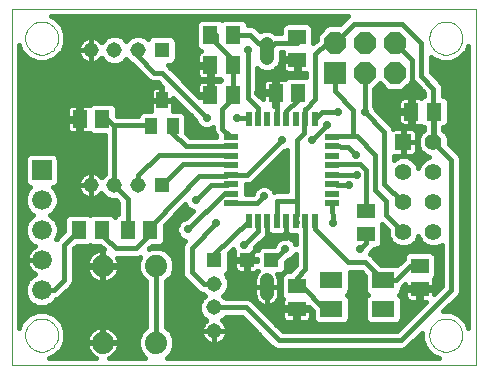
<source format=gtl>
G75*
G70*
%OFA0B0*%
%FSLAX24Y24*%
%IPPOS*%
%LPD*%
%AMOC8*
5,1,8,0,0,1.08239X$1,22.5*
%
%ADD10C,0.0000*%
%ADD11R,0.0220X0.0500*%
%ADD12R,0.0500X0.0220*%
%ADD13R,0.0748X0.0551*%
%ADD14R,0.0591X0.0512*%
%ADD15C,0.0456*%
%ADD16R,0.0512X0.0591*%
%ADD17R,0.0394X0.0551*%
%ADD18R,0.0472X0.0472*%
%ADD19C,0.0740*%
%ADD20R,0.0660X0.0660*%
%ADD21C,0.0660*%
%ADD22R,0.0740X0.0740*%
%ADD23OC8,0.0740*%
%ADD24R,0.0554X0.0554*%
%ADD25C,0.0554*%
%ADD26R,0.0515X0.0515*%
%ADD27C,0.0515*%
%ADD28C,0.0160*%
%ADD29C,0.0100*%
%ADD30C,0.0277*%
D10*
X000680Y000680D02*
X000680Y012550D01*
X016147Y012550D01*
X016147Y000680D01*
X000680Y000680D01*
X001129Y001680D02*
X001131Y001727D01*
X001137Y001773D01*
X001147Y001819D01*
X001160Y001864D01*
X001178Y001907D01*
X001199Y001949D01*
X001223Y001989D01*
X001251Y002026D01*
X001282Y002061D01*
X001316Y002094D01*
X001352Y002123D01*
X001391Y002149D01*
X001432Y002172D01*
X001475Y002191D01*
X001519Y002207D01*
X001564Y002219D01*
X001610Y002227D01*
X001657Y002231D01*
X001703Y002231D01*
X001750Y002227D01*
X001796Y002219D01*
X001841Y002207D01*
X001885Y002191D01*
X001928Y002172D01*
X001969Y002149D01*
X002008Y002123D01*
X002044Y002094D01*
X002078Y002061D01*
X002109Y002026D01*
X002137Y001989D01*
X002161Y001949D01*
X002182Y001907D01*
X002200Y001864D01*
X002213Y001819D01*
X002223Y001773D01*
X002229Y001727D01*
X002231Y001680D01*
X002229Y001633D01*
X002223Y001587D01*
X002213Y001541D01*
X002200Y001496D01*
X002182Y001453D01*
X002161Y001411D01*
X002137Y001371D01*
X002109Y001334D01*
X002078Y001299D01*
X002044Y001266D01*
X002008Y001237D01*
X001969Y001211D01*
X001928Y001188D01*
X001885Y001169D01*
X001841Y001153D01*
X001796Y001141D01*
X001750Y001133D01*
X001703Y001129D01*
X001657Y001129D01*
X001610Y001133D01*
X001564Y001141D01*
X001519Y001153D01*
X001475Y001169D01*
X001432Y001188D01*
X001391Y001211D01*
X001352Y001237D01*
X001316Y001266D01*
X001282Y001299D01*
X001251Y001334D01*
X001223Y001371D01*
X001199Y001411D01*
X001178Y001453D01*
X001160Y001496D01*
X001147Y001541D01*
X001137Y001587D01*
X001131Y001633D01*
X001129Y001680D01*
X001129Y011580D02*
X001131Y011627D01*
X001137Y011673D01*
X001147Y011719D01*
X001160Y011764D01*
X001178Y011807D01*
X001199Y011849D01*
X001223Y011889D01*
X001251Y011926D01*
X001282Y011961D01*
X001316Y011994D01*
X001352Y012023D01*
X001391Y012049D01*
X001432Y012072D01*
X001475Y012091D01*
X001519Y012107D01*
X001564Y012119D01*
X001610Y012127D01*
X001657Y012131D01*
X001703Y012131D01*
X001750Y012127D01*
X001796Y012119D01*
X001841Y012107D01*
X001885Y012091D01*
X001928Y012072D01*
X001969Y012049D01*
X002008Y012023D01*
X002044Y011994D01*
X002078Y011961D01*
X002109Y011926D01*
X002137Y011889D01*
X002161Y011849D01*
X002182Y011807D01*
X002200Y011764D01*
X002213Y011719D01*
X002223Y011673D01*
X002229Y011627D01*
X002231Y011580D01*
X002229Y011533D01*
X002223Y011487D01*
X002213Y011441D01*
X002200Y011396D01*
X002182Y011353D01*
X002161Y011311D01*
X002137Y011271D01*
X002109Y011234D01*
X002078Y011199D01*
X002044Y011166D01*
X002008Y011137D01*
X001969Y011111D01*
X001928Y011088D01*
X001885Y011069D01*
X001841Y011053D01*
X001796Y011041D01*
X001750Y011033D01*
X001703Y011029D01*
X001657Y011029D01*
X001610Y011033D01*
X001564Y011041D01*
X001519Y011053D01*
X001475Y011069D01*
X001432Y011088D01*
X001391Y011111D01*
X001352Y011137D01*
X001316Y011166D01*
X001282Y011199D01*
X001251Y011234D01*
X001223Y011271D01*
X001199Y011311D01*
X001178Y011353D01*
X001160Y011396D01*
X001147Y011441D01*
X001137Y011487D01*
X001131Y011533D01*
X001129Y011580D01*
X014604Y011580D02*
X014606Y011627D01*
X014612Y011673D01*
X014622Y011719D01*
X014635Y011764D01*
X014653Y011807D01*
X014674Y011849D01*
X014698Y011889D01*
X014726Y011926D01*
X014757Y011961D01*
X014791Y011994D01*
X014827Y012023D01*
X014866Y012049D01*
X014907Y012072D01*
X014950Y012091D01*
X014994Y012107D01*
X015039Y012119D01*
X015085Y012127D01*
X015132Y012131D01*
X015178Y012131D01*
X015225Y012127D01*
X015271Y012119D01*
X015316Y012107D01*
X015360Y012091D01*
X015403Y012072D01*
X015444Y012049D01*
X015483Y012023D01*
X015519Y011994D01*
X015553Y011961D01*
X015584Y011926D01*
X015612Y011889D01*
X015636Y011849D01*
X015657Y011807D01*
X015675Y011764D01*
X015688Y011719D01*
X015698Y011673D01*
X015704Y011627D01*
X015706Y011580D01*
X015704Y011533D01*
X015698Y011487D01*
X015688Y011441D01*
X015675Y011396D01*
X015657Y011353D01*
X015636Y011311D01*
X015612Y011271D01*
X015584Y011234D01*
X015553Y011199D01*
X015519Y011166D01*
X015483Y011137D01*
X015444Y011111D01*
X015403Y011088D01*
X015360Y011069D01*
X015316Y011053D01*
X015271Y011041D01*
X015225Y011033D01*
X015178Y011029D01*
X015132Y011029D01*
X015085Y011033D01*
X015039Y011041D01*
X014994Y011053D01*
X014950Y011069D01*
X014907Y011088D01*
X014866Y011111D01*
X014827Y011137D01*
X014791Y011166D01*
X014757Y011199D01*
X014726Y011234D01*
X014698Y011271D01*
X014674Y011311D01*
X014653Y011353D01*
X014635Y011396D01*
X014622Y011441D01*
X014612Y011487D01*
X014606Y011533D01*
X014604Y011580D01*
X014604Y001680D02*
X014606Y001727D01*
X014612Y001773D01*
X014622Y001819D01*
X014635Y001864D01*
X014653Y001907D01*
X014674Y001949D01*
X014698Y001989D01*
X014726Y002026D01*
X014757Y002061D01*
X014791Y002094D01*
X014827Y002123D01*
X014866Y002149D01*
X014907Y002172D01*
X014950Y002191D01*
X014994Y002207D01*
X015039Y002219D01*
X015085Y002227D01*
X015132Y002231D01*
X015178Y002231D01*
X015225Y002227D01*
X015271Y002219D01*
X015316Y002207D01*
X015360Y002191D01*
X015403Y002172D01*
X015444Y002149D01*
X015483Y002123D01*
X015519Y002094D01*
X015553Y002061D01*
X015584Y002026D01*
X015612Y001989D01*
X015636Y001949D01*
X015657Y001907D01*
X015675Y001864D01*
X015688Y001819D01*
X015698Y001773D01*
X015704Y001727D01*
X015706Y001680D01*
X015704Y001633D01*
X015698Y001587D01*
X015688Y001541D01*
X015675Y001496D01*
X015657Y001453D01*
X015636Y001411D01*
X015612Y001371D01*
X015584Y001334D01*
X015553Y001299D01*
X015519Y001266D01*
X015483Y001237D01*
X015444Y001211D01*
X015403Y001188D01*
X015360Y001169D01*
X015316Y001153D01*
X015271Y001141D01*
X015225Y001133D01*
X015178Y001129D01*
X015132Y001129D01*
X015085Y001133D01*
X015039Y001141D01*
X014994Y001153D01*
X014950Y001169D01*
X014907Y001188D01*
X014866Y001211D01*
X014827Y001237D01*
X014791Y001266D01*
X014757Y001299D01*
X014726Y001334D01*
X014698Y001371D01*
X014674Y001411D01*
X014653Y001453D01*
X014635Y001496D01*
X014622Y001541D01*
X014612Y001587D01*
X014606Y001633D01*
X014604Y001680D01*
D11*
X010782Y005490D03*
X010467Y005490D03*
X010152Y005490D03*
X009837Y005490D03*
X009523Y005490D03*
X009208Y005490D03*
X008893Y005490D03*
X008578Y005490D03*
X008578Y008870D03*
X008893Y008870D03*
X009208Y008870D03*
X009523Y008870D03*
X009837Y008870D03*
X010152Y008870D03*
X010467Y008870D03*
X010782Y008870D03*
D12*
X011370Y008282D03*
X011370Y007967D03*
X011370Y007652D03*
X011370Y007337D03*
X011370Y007023D03*
X011370Y006708D03*
X011370Y006393D03*
X011370Y006078D03*
X007990Y006078D03*
X007990Y006393D03*
X007990Y006708D03*
X007990Y007023D03*
X007990Y007337D03*
X007990Y007652D03*
X007990Y007967D03*
X007990Y008282D03*
D13*
X011339Y003502D03*
X011339Y002558D03*
X013071Y002558D03*
X013071Y003502D03*
D14*
X014280Y003231D03*
X014280Y003979D03*
X012493Y005056D03*
X012493Y005804D03*
X010180Y003304D03*
X010180Y002556D03*
X010205Y010856D03*
X010205Y011604D03*
D15*
X009180Y011380D02*
X009180Y010924D01*
X009180Y003506D02*
X009180Y003050D01*
D16*
X005304Y005180D03*
X004556Y005180D03*
X003679Y005180D03*
X002931Y005180D03*
X002956Y008880D03*
X003704Y008880D03*
X007306Y009680D03*
X008054Y009680D03*
X008054Y010680D03*
X007306Y010680D03*
X007306Y011680D03*
X008054Y011680D03*
X009481Y009755D03*
X010229Y009755D03*
X014006Y009130D03*
X014754Y009130D03*
D17*
X006061Y008642D03*
X005313Y008642D03*
X005687Y009509D03*
D18*
X008517Y004180D03*
X009343Y004180D03*
D19*
X005495Y003985D03*
X003715Y003985D03*
X003715Y001425D03*
X005495Y001425D03*
D20*
X001680Y007180D03*
D21*
X001680Y006180D03*
X001680Y005180D03*
X001680Y004180D03*
X001680Y003180D03*
D22*
X011455Y010430D03*
D23*
X012455Y010430D03*
X013455Y010430D03*
X013455Y011430D03*
X012455Y011430D03*
X011455Y011430D03*
D24*
X013743Y008118D03*
D25*
X014743Y008118D03*
X014743Y007118D03*
X013743Y007118D03*
X013743Y006118D03*
X014743Y006118D03*
X014743Y005118D03*
X013743Y005118D03*
D26*
X007430Y004180D03*
X005680Y006680D03*
X005680Y011180D03*
D27*
X004893Y011180D03*
X004105Y011180D03*
X003318Y011180D03*
X003318Y006680D03*
X004105Y006680D03*
X004893Y006680D03*
X007430Y003393D03*
X007430Y002605D03*
X007430Y001818D03*
D28*
X007867Y001818D01*
X007867Y001852D01*
X007857Y001920D01*
X007835Y001986D01*
X007804Y002047D01*
X007764Y002103D01*
X007715Y002151D01*
X007686Y002173D01*
X007712Y002183D01*
X007814Y002285D01*
X008347Y002285D01*
X009309Y001324D01*
X009309Y001324D01*
X009399Y001234D01*
X009516Y001185D01*
X013719Y001185D01*
X013836Y001234D01*
X014364Y001761D01*
X014364Y001523D01*
X014484Y001232D01*
X014707Y001009D01*
X014922Y000920D01*
X005853Y000920D01*
X006012Y001079D01*
X006105Y001304D01*
X006105Y001546D01*
X006012Y001771D01*
X005841Y001942D01*
X005815Y001953D01*
X005815Y003457D01*
X005841Y003468D01*
X006012Y003639D01*
X006105Y003864D01*
X006105Y004106D01*
X006012Y004331D01*
X005841Y004502D01*
X005616Y004595D01*
X005374Y004595D01*
X005244Y004541D01*
X005347Y004645D01*
X005608Y004645D01*
X005696Y004681D01*
X005763Y004749D01*
X005800Y004837D01*
X005800Y005353D01*
X006472Y006054D01*
X006509Y005965D01*
X006615Y005859D01*
X006715Y005818D01*
X006481Y005584D01*
X006480Y005584D01*
X006340Y005526D01*
X006234Y005420D01*
X006176Y005280D01*
X006176Y005130D01*
X006234Y004990D01*
X006340Y004884D01*
X006475Y004828D01*
X006409Y004761D01*
X006360Y004644D01*
X006360Y003716D01*
X006409Y003599D01*
X006499Y003509D01*
X006813Y003195D01*
X006815Y003189D01*
X006858Y003150D01*
X006899Y003109D01*
X006904Y003106D01*
X006909Y003102D01*
X006963Y003082D01*
X007016Y003060D01*
X007022Y003060D01*
X007028Y003058D01*
X007060Y003059D01*
X007120Y002999D01*
X007008Y002887D01*
X006933Y002704D01*
X006933Y002506D01*
X007008Y002323D01*
X007148Y002183D01*
X007174Y002173D01*
X007145Y002151D01*
X007096Y002103D01*
X007056Y002047D01*
X007025Y001986D01*
X007003Y001920D01*
X006993Y001852D01*
X006993Y001818D01*
X007430Y001818D01*
X007430Y001818D01*
X007430Y001818D01*
X007867Y001818D01*
X007867Y001783D01*
X007857Y001715D01*
X007835Y001650D01*
X007804Y001589D01*
X007764Y001533D01*
X007715Y001484D01*
X007659Y001444D01*
X007598Y001412D01*
X007532Y001391D01*
X007464Y001380D01*
X007430Y001380D01*
X007430Y001818D01*
X006993Y001818D01*
X006993Y001783D01*
X007003Y001715D01*
X007025Y001650D01*
X007056Y001589D01*
X007096Y001533D01*
X007145Y001484D01*
X007201Y001444D01*
X007262Y001412D01*
X007328Y001391D01*
X007396Y001380D01*
X007430Y001380D01*
X007430Y001818D01*
X007430Y001818D01*
X007430Y001716D02*
X007430Y001716D01*
X007430Y001558D02*
X007430Y001558D01*
X007430Y001399D02*
X007430Y001399D01*
X007557Y001399D02*
X009233Y001399D01*
X009075Y001558D02*
X007782Y001558D01*
X007857Y001716D02*
X008916Y001716D01*
X008758Y001875D02*
X007864Y001875D01*
X007811Y002033D02*
X008599Y002033D01*
X008441Y002192D02*
X007720Y002192D01*
X007430Y002605D02*
X008480Y002605D01*
X009580Y001505D01*
X013655Y001505D01*
X015330Y003180D01*
X015330Y007530D01*
X014743Y008118D01*
X014743Y009893D01*
X014330Y010305D01*
X014330Y011430D01*
X013705Y012055D01*
X012080Y012055D01*
X011455Y011430D01*
X011205Y011430D01*
X010805Y011055D01*
X010801Y009555D01*
X010480Y009230D01*
X010467Y009221D01*
X010467Y008870D01*
X010430Y008680D02*
X010430Y008430D01*
X010180Y008180D01*
X010180Y006155D01*
X009523Y006155D01*
X009523Y005490D01*
X009837Y005490D02*
X009837Y004937D01*
X009830Y004930D01*
X009205Y004930D01*
X009205Y005487D01*
X009208Y005490D01*
X008893Y005490D02*
X008887Y005137D01*
X008430Y004680D01*
X008680Y004405D02*
X009205Y004930D01*
X009158Y004956D02*
X009182Y005012D01*
X009202Y005060D01*
X009208Y005060D01*
X009253Y005060D01*
X009277Y005037D01*
X009365Y005000D01*
X009680Y005000D01*
X009768Y005037D01*
X009792Y005060D01*
X009837Y005060D01*
X009837Y005108D01*
X009837Y005108D01*
X009837Y005108D01*
X009837Y005060D01*
X009883Y005060D01*
X009906Y005037D01*
X009995Y005000D01*
X010148Y005000D01*
X010148Y004892D01*
X010148Y004717D01*
X010126Y004770D01*
X010020Y004876D01*
X009880Y004934D01*
X009730Y004934D01*
X009590Y004876D01*
X009484Y004770D01*
X009437Y004656D01*
X009059Y004656D01*
X008971Y004620D01*
X008904Y004552D01*
X008894Y004529D01*
X008863Y004560D01*
X008822Y004584D01*
X008802Y004589D01*
X008809Y004605D01*
X008809Y004606D01*
X009111Y004909D01*
X009155Y004951D01*
X009156Y004954D01*
X009158Y004956D01*
X009196Y005045D02*
X009269Y005045D01*
X009208Y005060D02*
X009208Y005108D01*
X009208Y005108D01*
X009208Y005108D01*
X009208Y005060D01*
X009089Y004886D02*
X009614Y004886D01*
X009467Y004728D02*
X008930Y004728D01*
X008921Y004569D02*
X008848Y004569D01*
X008680Y004405D02*
X008680Y004180D01*
X008555Y004218D02*
X008867Y004218D01*
X008867Y004142D01*
X008555Y004142D01*
X008555Y004218D01*
X008555Y004142D02*
X008555Y003764D01*
X008777Y003764D01*
X008822Y003776D01*
X008863Y003800D01*
X008894Y003831D01*
X008904Y003808D01*
X008904Y003807D01*
X008869Y003772D01*
X008831Y003720D01*
X008802Y003663D01*
X008782Y003602D01*
X008772Y003538D01*
X008772Y003278D01*
X008772Y003018D01*
X008782Y002955D01*
X008802Y002894D01*
X008831Y002837D01*
X008869Y002785D01*
X008914Y002739D01*
X008966Y002702D01*
X009023Y002672D01*
X009084Y002653D01*
X009148Y002643D01*
X009180Y002643D01*
X009212Y002643D01*
X009276Y002653D01*
X009337Y002672D01*
X009394Y002702D01*
X009446Y002739D01*
X009491Y002785D01*
X009529Y002837D01*
X009558Y002894D01*
X009578Y002955D01*
X009588Y003018D01*
X009588Y003278D01*
X009180Y003278D01*
X009180Y002643D01*
X009180Y003278D01*
X009180Y003278D01*
X009180Y003278D01*
X008772Y003278D01*
X009180Y003278D01*
X009180Y003278D01*
X009588Y003278D01*
X009588Y003538D01*
X009578Y003602D01*
X009558Y003663D01*
X009537Y003704D01*
X009627Y003704D01*
X009716Y003740D01*
X009783Y003808D01*
X009820Y003896D01*
X009820Y004117D01*
X009879Y004176D01*
X009880Y004176D01*
X010020Y004234D01*
X010126Y004340D01*
X010148Y004393D01*
X010148Y004000D01*
X009999Y003851D01*
X009947Y003800D01*
X009837Y003800D01*
X009749Y003763D01*
X009681Y003696D01*
X009645Y003608D01*
X009645Y003000D01*
X009681Y002912D01*
X009716Y002877D01*
X009705Y002836D01*
X009705Y002604D01*
X010132Y002604D01*
X010132Y002508D01*
X009705Y002508D01*
X009705Y002276D01*
X009717Y002231D01*
X009741Y002190D01*
X009774Y002156D01*
X009815Y002132D01*
X009861Y002120D01*
X010132Y002120D01*
X010132Y002508D01*
X010228Y002508D01*
X010228Y002604D01*
X010604Y002604D01*
X010725Y002483D01*
X010725Y002234D01*
X010761Y002146D01*
X010829Y002079D01*
X010917Y002042D01*
X011761Y002042D01*
X011849Y002079D01*
X011916Y002146D01*
X011953Y002234D01*
X011953Y002881D01*
X011916Y002969D01*
X011855Y003030D01*
X011916Y003091D01*
X011953Y003179D01*
X011953Y003785D01*
X012336Y003785D01*
X012457Y003664D01*
X012457Y003179D01*
X012494Y003091D01*
X012555Y003030D01*
X012494Y002969D01*
X012457Y002881D01*
X012457Y002234D01*
X012494Y002146D01*
X012561Y002079D01*
X012649Y002042D01*
X013493Y002042D01*
X013581Y002079D01*
X013649Y002146D01*
X013685Y002234D01*
X013685Y002881D01*
X013649Y002969D01*
X013588Y003030D01*
X013649Y003091D01*
X013685Y003179D01*
X013685Y003258D01*
X013751Y003324D01*
X013805Y003377D01*
X013805Y003279D01*
X014232Y003279D01*
X014232Y003183D01*
X013805Y003183D01*
X013805Y002951D01*
X013817Y002906D01*
X013841Y002865D01*
X013874Y002831D01*
X013915Y002807D01*
X013961Y002795D01*
X014232Y002795D01*
X014232Y003183D01*
X014328Y003183D01*
X014328Y003279D01*
X014755Y003279D01*
X014755Y003511D01*
X014744Y003552D01*
X014779Y003587D01*
X014815Y003675D01*
X014815Y004283D01*
X014779Y004371D01*
X014711Y004438D01*
X014623Y004475D01*
X013937Y004475D01*
X013849Y004438D01*
X013781Y004371D01*
X013745Y004283D01*
X013745Y004222D01*
X013527Y004004D01*
X013493Y004018D01*
X013008Y004018D01*
X012650Y004376D01*
X012642Y004379D01*
X012684Y004480D01*
X012684Y004481D01*
X012763Y004560D01*
X012836Y004560D01*
X012924Y004597D01*
X012991Y004664D01*
X013028Y004752D01*
X013028Y005360D01*
X013014Y005394D01*
X013225Y005182D01*
X013225Y005015D01*
X013304Y004825D01*
X013450Y004679D01*
X013640Y004600D01*
X013845Y004600D01*
X014035Y004679D01*
X014181Y004825D01*
X014242Y004973D01*
X014304Y004825D01*
X014450Y004679D01*
X014640Y004600D01*
X014845Y004600D01*
X015010Y004669D01*
X015010Y003313D01*
X014755Y003058D01*
X014755Y003183D01*
X014328Y003183D01*
X014328Y002795D01*
X014493Y002795D01*
X013522Y001825D01*
X009713Y001825D01*
X008751Y002786D01*
X008751Y002786D01*
X008661Y002876D01*
X008543Y002925D01*
X007814Y002925D01*
X007740Y002999D01*
X007852Y003111D01*
X007927Y003294D01*
X007927Y003492D01*
X007852Y003674D01*
X007812Y003714D01*
X007823Y003719D01*
X007891Y003787D01*
X007927Y003875D01*
X007927Y004407D01*
X008074Y004550D01*
X008108Y004468D01*
X008100Y004440D01*
X008100Y004218D01*
X008478Y004218D01*
X008478Y004142D01*
X008100Y004142D01*
X008100Y003920D01*
X008113Y003874D01*
X008136Y003833D01*
X008170Y003800D01*
X008211Y003776D01*
X008257Y003764D01*
X008479Y003764D01*
X008479Y004142D01*
X008555Y004142D01*
X008555Y004094D02*
X008479Y004094D01*
X008479Y003935D02*
X008555Y003935D01*
X008555Y003777D02*
X008479Y003777D01*
X008210Y003777D02*
X007881Y003777D01*
X007875Y003618D02*
X008787Y003618D01*
X008772Y003460D02*
X007927Y003460D01*
X007927Y003301D02*
X008772Y003301D01*
X008772Y003143D02*
X007865Y003143D01*
X007755Y002984D02*
X008777Y002984D01*
X008839Y002826D02*
X008712Y002826D01*
X008871Y002667D02*
X009040Y002667D01*
X009180Y002667D02*
X009180Y002667D01*
X009320Y002667D02*
X009705Y002667D01*
X009705Y002826D02*
X009521Y002826D01*
X009583Y002984D02*
X009652Y002984D01*
X009645Y003143D02*
X009588Y003143D01*
X009588Y003301D02*
X009645Y003301D01*
X009645Y003460D02*
X009588Y003460D01*
X009573Y003618D02*
X009649Y003618D01*
X009752Y003777D02*
X009780Y003777D01*
X009820Y003935D02*
X010082Y003935D01*
X010148Y004094D02*
X009820Y004094D01*
X010038Y004252D02*
X010148Y004252D01*
X009805Y004555D02*
X009430Y004180D01*
X009343Y004180D01*
X008873Y003777D02*
X008823Y003777D01*
X008100Y003935D02*
X007927Y003935D01*
X007927Y004094D02*
X008100Y004094D01*
X008100Y004252D02*
X007927Y004252D01*
X007932Y004411D02*
X008100Y004411D01*
X007443Y004380D02*
X008578Y005490D01*
X008862Y006074D02*
X007990Y006078D01*
X007978Y006078D01*
X007990Y006393D02*
X007746Y006396D01*
X006555Y005205D01*
X006176Y005203D02*
X005800Y005203D01*
X005800Y005045D02*
X006212Y005045D01*
X006338Y004886D02*
X005800Y004886D01*
X005742Y004728D02*
X006395Y004728D01*
X006360Y004569D02*
X005679Y004569D01*
X005932Y004411D02*
X006360Y004411D01*
X006360Y004252D02*
X006045Y004252D01*
X006105Y004094D02*
X006360Y004094D01*
X006360Y003935D02*
X006105Y003935D01*
X006069Y003777D02*
X006360Y003777D01*
X006401Y003618D02*
X005991Y003618D01*
X005820Y003460D02*
X006548Y003460D01*
X006706Y003301D02*
X005815Y003301D01*
X005815Y003143D02*
X006865Y003143D01*
X007105Y002984D02*
X005815Y002984D01*
X005815Y002826D02*
X006983Y002826D01*
X006933Y002667D02*
X005815Y002667D01*
X005815Y002509D02*
X006933Y002509D01*
X006997Y002350D02*
X005815Y002350D01*
X005815Y002192D02*
X007140Y002192D01*
X007049Y002033D02*
X005815Y002033D01*
X005908Y001875D02*
X006996Y001875D01*
X007003Y001716D02*
X006035Y001716D01*
X006100Y001558D02*
X007078Y001558D01*
X007303Y001399D02*
X006105Y001399D01*
X006079Y001241D02*
X009392Y001241D01*
X009663Y001875D02*
X013572Y001875D01*
X013730Y002033D02*
X009505Y002033D01*
X009346Y002192D02*
X009740Y002192D01*
X009705Y002350D02*
X009188Y002350D01*
X009029Y002509D02*
X010132Y002509D01*
X010228Y002508D02*
X010228Y002120D01*
X010499Y002120D01*
X010545Y002132D01*
X010586Y002156D01*
X010619Y002190D01*
X010643Y002231D01*
X010655Y002276D01*
X010655Y002508D01*
X010228Y002508D01*
X010228Y002509D02*
X010699Y002509D01*
X010725Y002350D02*
X010655Y002350D01*
X010620Y002192D02*
X010743Y002192D01*
X011105Y002555D02*
X011341Y002555D01*
X011339Y002558D01*
X011341Y002555D02*
X011380Y002555D01*
X011105Y002555D02*
X010356Y003304D01*
X010180Y003304D01*
X010180Y003580D01*
X010468Y003868D01*
X010468Y004892D01*
X010467Y005490D01*
X010180Y005462D02*
X010152Y005490D01*
X010180Y005680D02*
X010180Y006155D01*
X009860Y006475D02*
X009523Y006475D01*
X009459Y006475D01*
X009436Y006465D01*
X009414Y006520D01*
X009307Y006626D01*
X009168Y006684D01*
X009017Y006684D01*
X008878Y006626D01*
X008771Y006520D01*
X008720Y006395D01*
X008480Y006396D01*
X008480Y006550D01*
X008480Y006707D01*
X008525Y006707D01*
X008587Y006707D01*
X008589Y006708D01*
X008590Y006708D01*
X008647Y006732D01*
X008705Y006756D01*
X008706Y006757D01*
X008707Y006758D01*
X008751Y006802D01*
X009753Y007801D01*
X009755Y007801D01*
X009860Y007845D01*
X009860Y006475D01*
X009860Y006630D02*
X009299Y006630D01*
X009434Y006471D02*
X009449Y006471D01*
X009459Y006475D02*
X009459Y006475D01*
X009459Y006475D01*
X009093Y006305D02*
X008862Y006074D01*
X008751Y006471D02*
X008480Y006471D01*
X008480Y006630D02*
X008886Y006630D01*
X008737Y006788D02*
X009860Y006788D01*
X009860Y006947D02*
X008896Y006947D01*
X009055Y007105D02*
X009860Y007105D01*
X009860Y007264D02*
X009214Y007264D01*
X009373Y007422D02*
X009860Y007422D01*
X009860Y007581D02*
X009532Y007581D01*
X009691Y007739D02*
X009860Y007739D01*
X009680Y008180D02*
X008524Y007027D01*
X007990Y007023D01*
X007742Y006993D01*
X006930Y006993D01*
X005430Y005430D01*
X005430Y005180D01*
X004830Y004580D01*
X004168Y004580D01*
X003805Y004930D01*
X003805Y005180D01*
X004117Y005632D02*
X004071Y005679D01*
X003983Y005715D01*
X003375Y005715D01*
X003305Y005686D01*
X003235Y005715D01*
X002627Y005715D01*
X002539Y005679D01*
X002472Y005611D01*
X002435Y005523D01*
X002435Y005138D01*
X002169Y004872D01*
X002250Y005067D01*
X002250Y005293D01*
X002163Y005503D01*
X002003Y005663D01*
X001962Y005680D01*
X002003Y005697D01*
X002163Y005857D01*
X002250Y006067D01*
X002250Y006293D01*
X002163Y006503D01*
X002056Y006610D01*
X002058Y006610D01*
X002146Y006647D01*
X002213Y006714D01*
X002250Y006802D01*
X002250Y007558D01*
X002213Y007646D01*
X002146Y007713D01*
X002058Y007750D01*
X001302Y007750D01*
X001214Y007713D01*
X001147Y007646D01*
X001110Y007558D01*
X001110Y006802D01*
X001147Y006714D01*
X001214Y006647D01*
X001302Y006610D01*
X001304Y006610D01*
X001197Y006503D01*
X001110Y006293D01*
X001110Y006067D01*
X001197Y005857D01*
X001357Y005697D01*
X001398Y005680D01*
X001357Y005663D01*
X001197Y005503D01*
X001110Y005293D01*
X001110Y005067D01*
X001197Y004857D01*
X001357Y004697D01*
X001475Y004648D01*
X001413Y004616D01*
X001348Y004569D01*
X000920Y004569D01*
X000920Y004411D02*
X001225Y004411D01*
X001207Y004376D02*
X001183Y004299D01*
X001170Y004220D01*
X001170Y004180D01*
X001680Y004180D01*
X001680Y004180D01*
X001170Y004180D01*
X001170Y004140D01*
X001183Y004061D01*
X001207Y003984D01*
X001244Y003913D01*
X001291Y003848D01*
X001348Y003791D01*
X001413Y003744D01*
X001475Y003712D01*
X001357Y003663D01*
X001197Y003503D01*
X001110Y003293D01*
X001110Y003067D01*
X001197Y002857D01*
X001357Y002697D01*
X001567Y002610D01*
X001793Y002610D01*
X002003Y002697D01*
X002163Y002857D01*
X002169Y002870D01*
X002261Y002909D01*
X002611Y003259D01*
X002701Y003349D01*
X002750Y003466D01*
X002750Y004547D01*
X002847Y004645D01*
X003235Y004645D01*
X003305Y004674D01*
X003375Y004645D01*
X003640Y004645D01*
X003753Y004535D01*
X003735Y004535D01*
X003735Y004005D01*
X004265Y004005D01*
X004265Y004028D01*
X004251Y004114D01*
X004225Y004196D01*
X004192Y004260D01*
X004894Y004260D01*
X004960Y004288D01*
X004885Y004106D01*
X004885Y003864D01*
X004978Y003639D01*
X005149Y003468D01*
X005175Y003457D01*
X005175Y001953D01*
X005149Y001942D01*
X004978Y001771D01*
X004885Y001546D01*
X004885Y001304D01*
X004978Y001079D01*
X005137Y000920D01*
X003935Y000920D01*
X004003Y000955D01*
X004073Y001005D01*
X004135Y001067D01*
X004185Y001137D01*
X004225Y001214D01*
X004251Y001296D01*
X004265Y001382D01*
X004265Y001405D01*
X003735Y001405D01*
X003735Y001445D01*
X003695Y001445D01*
X003695Y001975D01*
X003672Y001975D01*
X003586Y001961D01*
X003504Y001935D01*
X003427Y001895D01*
X003357Y001845D01*
X003295Y001783D01*
X003245Y001713D01*
X003205Y001636D01*
X003179Y001554D01*
X003165Y001468D01*
X003165Y001445D01*
X003695Y001445D01*
X003695Y001405D01*
X003165Y001405D01*
X003165Y001382D01*
X003179Y001296D01*
X003205Y001214D01*
X003245Y001137D01*
X003295Y001067D01*
X003357Y001005D01*
X003427Y000955D01*
X003495Y000920D01*
X001913Y000920D01*
X002128Y001009D01*
X002351Y001232D01*
X002471Y001523D01*
X002471Y001837D01*
X002351Y002128D01*
X002128Y002351D01*
X001837Y002471D01*
X001523Y002471D01*
X001232Y002351D01*
X001009Y002128D01*
X000920Y001913D01*
X000920Y011347D01*
X001009Y011132D01*
X001232Y010909D01*
X001523Y010789D01*
X001837Y010789D01*
X002128Y010909D01*
X002351Y011132D01*
X002471Y011423D01*
X002471Y011737D01*
X002351Y012028D01*
X002128Y012251D01*
X001985Y012310D01*
X011883Y012310D01*
X011612Y012040D01*
X011202Y012040D01*
X010845Y011683D01*
X010845Y011531D01*
X010740Y011433D01*
X010740Y011908D01*
X010704Y011996D01*
X010636Y012063D01*
X010548Y012100D01*
X009862Y012100D01*
X009774Y012063D01*
X009706Y011996D01*
X009670Y011908D01*
X009670Y011750D01*
X009472Y011750D01*
X009445Y011777D01*
X009273Y011848D01*
X009087Y011848D01*
X008975Y011802D01*
X008868Y011907D01*
X008824Y011951D01*
X008822Y011952D01*
X008821Y011953D01*
X008763Y011976D01*
X008706Y012000D01*
X008704Y012000D01*
X008703Y012001D01*
X008641Y012000D01*
X008550Y012000D01*
X008550Y012023D01*
X008513Y012111D01*
X008446Y012179D01*
X008358Y012215D01*
X007750Y012215D01*
X007680Y012186D01*
X007610Y012215D01*
X007002Y012215D01*
X006914Y012179D01*
X006847Y012111D01*
X006810Y012023D01*
X006810Y011337D01*
X006847Y011249D01*
X006914Y011181D01*
X006996Y011147D01*
X006981Y011143D01*
X006940Y011119D01*
X006906Y011086D01*
X006882Y011045D01*
X006870Y010999D01*
X006870Y010728D01*
X007258Y010728D01*
X007258Y010632D01*
X007354Y010632D01*
X007354Y010205D01*
X007586Y010205D01*
X007627Y010216D01*
X007662Y010181D01*
X007665Y010180D01*
X007662Y010179D01*
X007627Y010144D01*
X007586Y010155D01*
X007354Y010155D01*
X007354Y009728D01*
X007258Y009728D01*
X007258Y010155D01*
X007026Y010155D01*
X006981Y010143D01*
X006940Y010119D01*
X006906Y010086D01*
X006882Y010045D01*
X006870Y009999D01*
X006870Y009728D01*
X007258Y009728D01*
X007258Y009632D01*
X006931Y009632D01*
X005880Y010683D01*
X005985Y010683D01*
X006073Y010719D01*
X006141Y010787D01*
X006177Y010875D01*
X006177Y011485D01*
X006141Y011573D01*
X006073Y011641D01*
X005985Y011677D01*
X005375Y011677D01*
X005287Y011641D01*
X005219Y011573D01*
X005214Y011562D01*
X005174Y011602D01*
X004992Y011677D01*
X004794Y011677D01*
X004611Y011602D01*
X004499Y011490D01*
X004387Y011602D01*
X004204Y011677D01*
X004006Y011677D01*
X003823Y011602D01*
X003683Y011462D01*
X003673Y011436D01*
X003651Y011465D01*
X003603Y011514D01*
X003547Y011554D01*
X003486Y011585D01*
X003420Y011607D01*
X003352Y011617D01*
X003318Y011617D01*
X003318Y011180D01*
X003318Y011180D01*
X003318Y010743D01*
X003352Y010743D01*
X003420Y010753D01*
X003486Y010775D01*
X003547Y010806D01*
X003603Y010846D01*
X003651Y010895D01*
X003673Y010924D01*
X003683Y010898D01*
X003823Y010758D01*
X004006Y010683D01*
X004204Y010683D01*
X004387Y010758D01*
X004499Y010870D01*
X004611Y010758D01*
X004676Y010731D01*
X004706Y010700D01*
X004708Y010700D01*
X005159Y010249D01*
X005159Y010249D01*
X005249Y010159D01*
X005298Y010138D01*
X005366Y010110D01*
X005547Y010110D01*
X005706Y009952D01*
X005706Y009527D01*
X006064Y009527D01*
X006064Y009594D01*
X006801Y008856D01*
X006801Y008855D01*
X006859Y008715D01*
X006965Y008609D01*
X007105Y008551D01*
X007255Y008551D01*
X007385Y008605D01*
X007385Y008565D01*
X007385Y008502D01*
X007385Y008501D01*
X007410Y008443D01*
X007434Y008384D01*
X007434Y008383D01*
X007479Y008339D01*
X007500Y008318D01*
X007500Y008291D01*
X006629Y008290D01*
X006498Y008418D01*
X006498Y008966D01*
X006461Y009054D01*
X006394Y009121D01*
X006306Y009158D01*
X006049Y009158D01*
X006052Y009164D01*
X006064Y009209D01*
X006064Y009490D01*
X005706Y009490D01*
X005706Y009527D01*
X005669Y009527D01*
X005669Y009964D01*
X005467Y009964D01*
X005421Y009952D01*
X005380Y009928D01*
X005346Y009895D01*
X005323Y009854D01*
X005310Y009808D01*
X005310Y009527D01*
X005669Y009527D01*
X005669Y009490D01*
X005310Y009490D01*
X005310Y009209D01*
X005323Y009164D01*
X005326Y009158D01*
X005068Y009158D01*
X004980Y009121D01*
X004913Y009054D01*
X004887Y008992D01*
X004209Y008992D01*
X004200Y009000D01*
X004200Y009223D01*
X004163Y009311D01*
X004096Y009379D01*
X004008Y009415D01*
X003400Y009415D01*
X003312Y009379D01*
X003277Y009344D01*
X003236Y009355D01*
X003004Y009355D01*
X003004Y008928D01*
X002908Y008928D01*
X002908Y009355D01*
X002676Y009355D01*
X002631Y009343D01*
X002590Y009319D01*
X002556Y009286D01*
X002532Y009245D01*
X002520Y009199D01*
X002520Y008928D01*
X002908Y008928D01*
X002908Y008832D01*
X003004Y008832D01*
X003004Y008405D01*
X003236Y008405D01*
X003277Y008416D01*
X003312Y008381D01*
X003400Y008345D01*
X003780Y008345D01*
X003780Y007058D01*
X003683Y006962D01*
X003673Y006936D01*
X003651Y006965D01*
X003603Y007014D01*
X003547Y007054D01*
X003486Y007085D01*
X003420Y007107D01*
X003352Y007117D01*
X003318Y007117D01*
X003318Y006680D01*
X003318Y006243D01*
X003352Y006243D01*
X003420Y006253D01*
X003486Y006275D01*
X003547Y006306D01*
X003603Y006346D01*
X003651Y006395D01*
X003673Y006424D01*
X003683Y006398D01*
X003823Y006258D01*
X004006Y006183D01*
X004147Y006183D01*
X004231Y006098D01*
X004230Y005706D01*
X004164Y005679D01*
X004117Y005632D01*
X004071Y005679D02*
X004164Y005679D01*
X004230Y005837D02*
X002143Y005837D01*
X002221Y005996D02*
X004231Y005996D01*
X004175Y006154D02*
X002250Y006154D01*
X002242Y006313D02*
X003079Y006313D01*
X003089Y006306D02*
X003033Y006346D01*
X002984Y006395D01*
X002944Y006451D01*
X002912Y006512D01*
X002891Y006578D01*
X002880Y006646D01*
X002880Y006680D01*
X003318Y006680D01*
X003318Y006680D01*
X003318Y006680D01*
X003318Y006243D01*
X003283Y006243D01*
X003215Y006253D01*
X003150Y006275D01*
X003089Y006306D01*
X002933Y006471D02*
X002176Y006471D01*
X002105Y006630D02*
X002883Y006630D01*
X002880Y006680D02*
X003318Y006680D01*
X003318Y007117D01*
X003283Y007117D01*
X003215Y007107D01*
X003150Y007085D01*
X003089Y007054D01*
X003033Y007014D01*
X002984Y006965D01*
X002944Y006909D01*
X002912Y006848D01*
X002891Y006782D01*
X002880Y006714D01*
X002880Y006680D01*
X002893Y006788D02*
X002244Y006788D01*
X002250Y006947D02*
X002971Y006947D01*
X003210Y007105D02*
X002250Y007105D01*
X002250Y007264D02*
X003780Y007264D01*
X003780Y007422D02*
X002250Y007422D01*
X002241Y007581D02*
X003780Y007581D01*
X003780Y007739D02*
X002084Y007739D01*
X001276Y007739D02*
X000920Y007739D01*
X000920Y007898D02*
X003780Y007898D01*
X003780Y008056D02*
X000920Y008056D01*
X000920Y008215D02*
X003780Y008215D01*
X003332Y008373D02*
X000920Y008373D01*
X000920Y008532D02*
X002528Y008532D01*
X002532Y008515D02*
X002520Y008561D01*
X002520Y008832D01*
X002908Y008832D01*
X002908Y008405D01*
X002676Y008405D01*
X002631Y008417D01*
X002590Y008441D01*
X002556Y008474D01*
X002532Y008515D01*
X002520Y008690D02*
X000920Y008690D01*
X000920Y008849D02*
X002908Y008849D01*
X002908Y009007D02*
X003004Y009007D01*
X003004Y009166D02*
X002908Y009166D01*
X002908Y009324D02*
X003004Y009324D01*
X002598Y009324D02*
X000920Y009324D01*
X000920Y009483D02*
X005310Y009483D01*
X005310Y009641D02*
X000920Y009641D01*
X000920Y009800D02*
X005310Y009800D01*
X005444Y009958D02*
X000920Y009958D01*
X000920Y010117D02*
X005351Y010117D01*
X005132Y010275D02*
X000920Y010275D01*
X000920Y010434D02*
X004974Y010434D01*
X004815Y010592D02*
X000920Y010592D01*
X000920Y010751D02*
X003233Y010751D01*
X003215Y010753D02*
X003283Y010743D01*
X003318Y010743D01*
X003318Y011180D01*
X003318Y011180D01*
X003318Y011617D01*
X003283Y011617D01*
X003215Y011607D01*
X003150Y011585D01*
X003089Y011554D01*
X003033Y011514D01*
X002984Y011465D01*
X002944Y011409D01*
X002912Y011348D01*
X002891Y011282D01*
X002880Y011214D01*
X002880Y011180D01*
X003318Y011180D01*
X002880Y011180D01*
X002880Y011146D01*
X002891Y011078D01*
X002912Y011012D01*
X002944Y010951D01*
X002984Y010895D01*
X003033Y010846D01*
X003089Y010806D01*
X003150Y010775D01*
X003215Y010753D01*
X003318Y010751D02*
X003318Y010751D01*
X003403Y010751D02*
X003842Y010751D01*
X003679Y010909D02*
X003662Y010909D01*
X003318Y010909D02*
X003318Y010909D01*
X003318Y011068D02*
X003318Y011068D01*
X003318Y011180D02*
X003318Y011180D01*
X003318Y011226D02*
X003318Y011226D01*
X003318Y011385D02*
X003318Y011385D01*
X003318Y011543D02*
X003318Y011543D01*
X003562Y011543D02*
X003765Y011543D01*
X004446Y011543D02*
X004552Y011543D01*
X004893Y011180D02*
X004890Y010970D01*
X005430Y010430D01*
X005680Y010430D01*
X007180Y008930D01*
X006884Y008690D02*
X006498Y008690D01*
X006498Y008532D02*
X007385Y008532D01*
X007385Y008501D02*
X007385Y008501D01*
X007434Y008384D02*
X007434Y008384D01*
X007445Y008373D02*
X006544Y008373D01*
X006499Y007970D02*
X006039Y008420D01*
X006498Y008849D02*
X006804Y008849D01*
X006650Y009007D02*
X006481Y009007D01*
X006492Y009166D02*
X006052Y009166D01*
X006064Y009324D02*
X006333Y009324D01*
X006175Y009483D02*
X006064Y009483D01*
X005706Y009641D02*
X005669Y009641D01*
X005669Y009800D02*
X005706Y009800D01*
X005699Y009958D02*
X005669Y009958D01*
X006288Y010275D02*
X006906Y010275D01*
X006906Y010274D02*
X006940Y010241D01*
X006981Y010217D01*
X007026Y010205D01*
X007258Y010205D01*
X007258Y010632D01*
X006870Y010632D01*
X006870Y010361D01*
X006882Y010315D01*
X006906Y010274D01*
X006937Y010117D02*
X006446Y010117D01*
X006605Y009958D02*
X006870Y009958D01*
X006870Y009800D02*
X006763Y009800D01*
X006922Y009641D02*
X007258Y009641D01*
X007306Y009680D02*
X007306Y009931D01*
X007258Y009958D02*
X007354Y009958D01*
X007354Y009800D02*
X007258Y009800D01*
X007258Y010117D02*
X007354Y010117D01*
X007354Y010275D02*
X007258Y010275D01*
X007258Y010434D02*
X007354Y010434D01*
X007354Y010592D02*
X007258Y010592D01*
X006870Y010592D02*
X005971Y010592D01*
X006129Y010434D02*
X006870Y010434D01*
X006870Y010751D02*
X006105Y010751D01*
X006177Y010909D02*
X006870Y010909D01*
X006895Y011068D02*
X006177Y011068D01*
X006177Y011226D02*
X006869Y011226D01*
X006810Y011385D02*
X006177Y011385D01*
X006154Y011543D02*
X006810Y011543D01*
X006810Y011702D02*
X002471Y011702D01*
X002471Y011543D02*
X003073Y011543D01*
X002931Y011385D02*
X002455Y011385D01*
X002390Y011226D02*
X002882Y011226D01*
X002894Y011068D02*
X002286Y011068D01*
X002128Y010909D02*
X002974Y010909D01*
X002420Y011860D02*
X006810Y011860D01*
X006810Y012019D02*
X002355Y012019D01*
X002202Y012177D02*
X006912Y012177D01*
X007306Y011680D02*
X007480Y011680D01*
X007480Y011430D01*
X008055Y010855D01*
X008055Y009705D01*
X008155Y009705D01*
X007955Y009480D01*
X007705Y009205D01*
X007705Y008565D01*
X007990Y008282D01*
X007990Y007967D02*
X007810Y007971D01*
X006499Y007970D01*
X006380Y007368D02*
X007722Y007368D01*
X007990Y007337D01*
X007990Y007652D02*
X007729Y007680D01*
X005580Y007680D01*
X004896Y007000D01*
X004893Y006680D01*
X004551Y006229D02*
X004105Y006680D01*
X004100Y006680D02*
X004100Y008660D01*
X004100Y008672D01*
X005210Y008672D01*
X005265Y008537D01*
X004893Y009007D02*
X004200Y009007D01*
X004200Y009166D02*
X005322Y009166D01*
X005310Y009324D02*
X004151Y009324D01*
X003855Y008880D02*
X003704Y008880D01*
X003855Y008880D02*
X004100Y008660D01*
X003004Y008690D02*
X002908Y008690D01*
X002908Y008532D02*
X003004Y008532D01*
X002520Y009007D02*
X000920Y009007D01*
X000920Y009166D02*
X002520Y009166D01*
X001119Y007581D02*
X000920Y007581D01*
X000920Y007422D02*
X001110Y007422D01*
X001110Y007264D02*
X000920Y007264D01*
X000920Y007105D02*
X001110Y007105D01*
X001110Y006947D02*
X000920Y006947D01*
X000920Y006788D02*
X001116Y006788D01*
X001255Y006630D02*
X000920Y006630D01*
X000920Y006471D02*
X001184Y006471D01*
X001118Y006313D02*
X000920Y006313D01*
X000920Y006154D02*
X001110Y006154D01*
X001139Y005996D02*
X000920Y005996D01*
X000920Y005837D02*
X001217Y005837D01*
X001394Y005679D02*
X000920Y005679D01*
X000920Y005520D02*
X001214Y005520D01*
X001138Y005362D02*
X000920Y005362D01*
X000920Y005203D02*
X001110Y005203D01*
X001119Y005045D02*
X000920Y005045D01*
X000920Y004886D02*
X001185Y004886D01*
X001326Y004728D02*
X000920Y004728D01*
X001244Y004447D02*
X001291Y004512D01*
X001348Y004569D01*
X001244Y004447D02*
X001207Y004376D01*
X001175Y004252D02*
X000920Y004252D01*
X000920Y004094D02*
X001177Y004094D01*
X001232Y003935D02*
X000920Y003935D01*
X000920Y003777D02*
X001368Y003777D01*
X001312Y003618D02*
X000920Y003618D01*
X000920Y003460D02*
X001179Y003460D01*
X001113Y003301D02*
X000920Y003301D01*
X000920Y003143D02*
X001110Y003143D01*
X001144Y002984D02*
X000920Y002984D01*
X000920Y002826D02*
X001228Y002826D01*
X001429Y002667D02*
X000920Y002667D01*
X000920Y002509D02*
X005175Y002509D01*
X005175Y002667D02*
X001931Y002667D01*
X002132Y002826D02*
X005175Y002826D01*
X005175Y002984D02*
X002337Y002984D01*
X002495Y003143D02*
X005175Y003143D01*
X005175Y003301D02*
X002654Y003301D01*
X002747Y003460D02*
X003552Y003460D01*
X003586Y003449D02*
X003672Y003435D01*
X003695Y003435D01*
X003695Y003965D01*
X003735Y003965D01*
X003735Y004005D01*
X003695Y004005D01*
X003695Y004535D01*
X003672Y004535D01*
X003586Y004521D01*
X003504Y004495D01*
X003427Y004455D01*
X003357Y004405D01*
X003295Y004343D01*
X003245Y004273D01*
X003205Y004196D01*
X003179Y004114D01*
X003165Y004028D01*
X003165Y004005D01*
X003695Y004005D01*
X003695Y003965D01*
X003165Y003965D01*
X003165Y003942D01*
X003179Y003856D01*
X003205Y003774D01*
X003245Y003697D01*
X003295Y003627D01*
X003357Y003565D01*
X003427Y003515D01*
X003504Y003475D01*
X003586Y003449D01*
X003695Y003460D02*
X003735Y003460D01*
X003735Y003435D02*
X003758Y003435D01*
X003844Y003449D01*
X003926Y003475D01*
X004003Y003515D01*
X004073Y003565D01*
X004135Y003627D01*
X004185Y003697D01*
X004225Y003774D01*
X004251Y003856D01*
X004265Y003942D01*
X004265Y003965D01*
X003735Y003965D01*
X003735Y003435D01*
X003878Y003460D02*
X005170Y003460D01*
X004999Y003618D02*
X004126Y003618D01*
X004226Y003777D02*
X004921Y003777D01*
X004885Y003935D02*
X004264Y003935D01*
X004255Y004094D02*
X004885Y004094D01*
X004945Y004252D02*
X004196Y004252D01*
X003735Y004252D02*
X003695Y004252D01*
X003695Y004094D02*
X003735Y004094D01*
X003735Y003935D02*
X003695Y003935D01*
X003695Y003777D02*
X003735Y003777D01*
X003735Y003618D02*
X003695Y003618D01*
X003304Y003618D02*
X002750Y003618D01*
X002750Y003777D02*
X003204Y003777D01*
X003166Y003935D02*
X002750Y003935D01*
X002750Y004094D02*
X003175Y004094D01*
X003234Y004252D02*
X002750Y004252D01*
X002750Y004411D02*
X003365Y004411D01*
X003695Y004411D02*
X003735Y004411D01*
X003718Y004569D02*
X002772Y004569D01*
X002430Y004680D02*
X002930Y005180D01*
X002435Y005203D02*
X002250Y005203D01*
X002241Y005045D02*
X002342Y005045D01*
X002183Y004886D02*
X002175Y004886D01*
X002430Y004680D02*
X002430Y003530D01*
X002080Y003180D01*
X001680Y003180D01*
X001231Y002350D02*
X000920Y002350D01*
X000920Y002192D02*
X001073Y002192D01*
X000970Y002033D02*
X000920Y002033D01*
X002129Y002350D02*
X005175Y002350D01*
X005175Y002192D02*
X002287Y002192D01*
X002390Y002033D02*
X005175Y002033D01*
X005082Y001875D02*
X004032Y001875D01*
X004003Y001895D02*
X003926Y001935D01*
X003844Y001961D01*
X003758Y001975D01*
X003735Y001975D01*
X003735Y001445D01*
X004265Y001445D01*
X004265Y001468D01*
X004251Y001554D01*
X004225Y001636D01*
X004185Y001713D01*
X004135Y001783D01*
X004073Y001845D01*
X004003Y001895D01*
X004183Y001716D02*
X004955Y001716D01*
X004890Y001558D02*
X004250Y001558D01*
X004265Y001399D02*
X004885Y001399D01*
X004911Y001241D02*
X004233Y001241D01*
X004146Y001082D02*
X004977Y001082D01*
X005134Y000924D02*
X003942Y000924D01*
X003488Y000924D02*
X001921Y000924D01*
X002201Y001082D02*
X003284Y001082D01*
X003197Y001241D02*
X002354Y001241D01*
X002420Y001399D02*
X003165Y001399D01*
X003180Y001558D02*
X002471Y001558D01*
X002471Y001716D02*
X003247Y001716D01*
X003398Y001875D02*
X002456Y001875D01*
X003695Y001875D02*
X003735Y001875D01*
X003735Y001716D02*
X003695Y001716D01*
X003695Y001558D02*
X003735Y001558D01*
X005495Y001425D02*
X005495Y003985D01*
X005311Y004569D02*
X005272Y004569D01*
X004550Y005070D02*
X004551Y006229D01*
X003769Y006313D02*
X003556Y006313D01*
X003318Y006313D02*
X003318Y006313D01*
X003318Y006471D02*
X003318Y006471D01*
X003318Y006630D02*
X003318Y006630D01*
X003318Y006680D02*
X003318Y006680D01*
X003318Y006788D02*
X003318Y006788D01*
X003318Y006947D02*
X003318Y006947D01*
X003318Y007105D02*
X003318Y007105D01*
X003425Y007105D02*
X003780Y007105D01*
X003677Y006947D02*
X003665Y006947D01*
X002539Y005679D02*
X001966Y005679D01*
X002146Y005520D02*
X002435Y005520D01*
X002435Y005362D02*
X002222Y005362D01*
X004430Y005180D02*
X004550Y005070D01*
X005808Y005362D02*
X006210Y005362D01*
X006334Y005520D02*
X005960Y005520D01*
X006112Y005679D02*
X006576Y005679D01*
X006668Y005837D02*
X006264Y005837D01*
X006416Y005996D02*
X006496Y005996D01*
X006830Y006180D02*
X007330Y006680D01*
X007802Y006680D01*
X007990Y006708D01*
X006380Y007368D02*
X005830Y006818D01*
X005680Y006680D01*
X007505Y005405D02*
X006680Y004580D01*
X006680Y003780D01*
X007080Y003380D01*
X007430Y003393D01*
X007430Y004180D02*
X007430Y004355D01*
X007443Y004380D01*
X009180Y003143D02*
X009180Y003143D01*
X009180Y002984D02*
X009180Y002984D01*
X009180Y002826D02*
X009180Y002826D01*
X010132Y002350D02*
X010228Y002350D01*
X010228Y002192D02*
X010132Y002192D01*
X011935Y002192D02*
X012475Y002192D01*
X012457Y002350D02*
X011953Y002350D01*
X011953Y002509D02*
X012457Y002509D01*
X012457Y002667D02*
X011953Y002667D01*
X011953Y002826D02*
X012457Y002826D01*
X012509Y002984D02*
X011901Y002984D01*
X011938Y003143D02*
X012472Y003143D01*
X012457Y003301D02*
X011953Y003301D01*
X011953Y003460D02*
X012457Y003460D01*
X012457Y003618D02*
X011953Y003618D01*
X011953Y003777D02*
X012345Y003777D01*
X012469Y004105D02*
X011880Y004105D01*
X010782Y005203D01*
X010782Y005490D01*
X011380Y005405D02*
X011370Y006078D01*
X011370Y006708D02*
X011618Y006682D01*
X011930Y006680D01*
X012180Y007023D02*
X011370Y007023D01*
X011370Y007337D02*
X011614Y007368D01*
X012305Y007368D01*
X012493Y007180D01*
X012493Y005804D01*
X012555Y005743D01*
X013027Y005362D02*
X013046Y005362D01*
X013028Y005203D02*
X013204Y005203D01*
X013225Y005045D02*
X013028Y005045D01*
X013028Y004886D02*
X013279Y004886D01*
X013401Y004728D02*
X013017Y004728D01*
X012857Y004569D02*
X015010Y004569D01*
X015010Y004411D02*
X014739Y004411D01*
X014815Y004252D02*
X015010Y004252D01*
X015010Y004094D02*
X014815Y004094D01*
X014815Y003935D02*
X015010Y003935D01*
X015010Y003777D02*
X014815Y003777D01*
X014792Y003618D02*
X015010Y003618D01*
X015010Y003460D02*
X014755Y003460D01*
X014755Y003301D02*
X014998Y003301D01*
X014840Y003143D02*
X014755Y003143D01*
X014328Y003143D02*
X014232Y003143D01*
X014232Y002984D02*
X014328Y002984D01*
X014328Y002826D02*
X014232Y002826D01*
X014364Y002667D02*
X013685Y002667D01*
X013685Y002509D02*
X014206Y002509D01*
X014047Y002350D02*
X013685Y002350D01*
X013667Y002192D02*
X013889Y002192D01*
X014319Y001716D02*
X014364Y001716D01*
X014364Y001558D02*
X014160Y001558D01*
X014002Y001399D02*
X014415Y001399D01*
X014481Y001241D02*
X013843Y001241D01*
X014634Y001082D02*
X006013Y001082D01*
X005856Y000924D02*
X014914Y000924D01*
X015907Y001932D02*
X015826Y002128D01*
X015603Y002351D01*
X015312Y002471D01*
X015074Y002471D01*
X015511Y002909D01*
X015601Y002999D01*
X015650Y003116D01*
X015650Y007594D01*
X015601Y007711D01*
X015260Y008053D01*
X015260Y008220D01*
X015181Y008410D01*
X015074Y008517D01*
X015074Y008601D01*
X015146Y008631D01*
X015213Y008699D01*
X015250Y008787D01*
X015250Y009473D01*
X015213Y009561D01*
X015146Y009629D01*
X015062Y009663D01*
X015062Y009956D01*
X015014Y010074D01*
X014650Y010438D01*
X014650Y010966D01*
X014707Y010909D01*
X014998Y010789D01*
X015312Y010789D01*
X015603Y010909D01*
X015826Y011132D01*
X015907Y011328D01*
X015907Y001932D01*
X015907Y002033D02*
X015865Y002033D01*
X015907Y002192D02*
X015762Y002192D01*
X015907Y002350D02*
X015604Y002350D01*
X015907Y002509D02*
X015111Y002509D01*
X015270Y002667D02*
X015907Y002667D01*
X015907Y002826D02*
X015428Y002826D01*
X015587Y002984D02*
X015907Y002984D01*
X015907Y003143D02*
X015650Y003143D01*
X015650Y003301D02*
X015907Y003301D01*
X015907Y003460D02*
X015650Y003460D01*
X015650Y003618D02*
X015907Y003618D01*
X015907Y003777D02*
X015650Y003777D01*
X015650Y003935D02*
X015907Y003935D01*
X015907Y004094D02*
X015650Y004094D01*
X015650Y004252D02*
X015907Y004252D01*
X015907Y004411D02*
X015650Y004411D01*
X015650Y004569D02*
X015907Y004569D01*
X015907Y004728D02*
X015650Y004728D01*
X015650Y004886D02*
X015907Y004886D01*
X015907Y005045D02*
X015650Y005045D01*
X015650Y005203D02*
X015907Y005203D01*
X015907Y005362D02*
X015650Y005362D01*
X015650Y005520D02*
X015907Y005520D01*
X015907Y005679D02*
X015650Y005679D01*
X015650Y005837D02*
X015907Y005837D01*
X015907Y005996D02*
X015650Y005996D01*
X015650Y006154D02*
X015907Y006154D01*
X015907Y006313D02*
X015650Y006313D01*
X015650Y006471D02*
X015907Y006471D01*
X015907Y006630D02*
X015650Y006630D01*
X015650Y006788D02*
X015907Y006788D01*
X015907Y006947D02*
X015650Y006947D01*
X015650Y007105D02*
X015907Y007105D01*
X015907Y007264D02*
X015650Y007264D01*
X015650Y007422D02*
X015907Y007422D01*
X015907Y007581D02*
X015650Y007581D01*
X015574Y007739D02*
X015907Y007739D01*
X015907Y007898D02*
X015415Y007898D01*
X015260Y008056D02*
X015907Y008056D01*
X015907Y008215D02*
X015260Y008215D01*
X015196Y008373D02*
X015907Y008373D01*
X015907Y008532D02*
X015074Y008532D01*
X015205Y008690D02*
X015907Y008690D01*
X015907Y008849D02*
X015250Y008849D01*
X015250Y009007D02*
X015907Y009007D01*
X015907Y009166D02*
X015250Y009166D01*
X015250Y009324D02*
X015907Y009324D01*
X015907Y009483D02*
X015246Y009483D01*
X015116Y009641D02*
X015907Y009641D01*
X015907Y009800D02*
X015062Y009800D01*
X015062Y009958D02*
X015907Y009958D01*
X015907Y010117D02*
X014971Y010117D01*
X014813Y010275D02*
X015907Y010275D01*
X015907Y010434D02*
X014654Y010434D01*
X014650Y010592D02*
X015907Y010592D01*
X015907Y010751D02*
X014650Y010751D01*
X014650Y010909D02*
X014707Y010909D01*
X014030Y010855D02*
X014030Y009155D01*
X014054Y009178D02*
X013958Y009178D01*
X013958Y009605D01*
X013726Y009605D01*
X013681Y009593D01*
X013640Y009569D01*
X013606Y009536D01*
X013582Y009495D01*
X013570Y009449D01*
X013570Y009178D01*
X013958Y009178D01*
X013958Y009082D01*
X014054Y009082D01*
X014054Y008655D01*
X014286Y008655D01*
X014327Y008666D01*
X014362Y008631D01*
X014423Y008606D01*
X014423Y008529D01*
X014304Y008410D01*
X014225Y008220D01*
X014225Y008015D01*
X014304Y007825D01*
X014450Y007679D01*
X014598Y007618D01*
X014450Y007556D01*
X014304Y007410D01*
X014242Y007262D01*
X014181Y007410D01*
X014035Y007556D01*
X013845Y007635D01*
X013640Y007635D01*
X013450Y007556D01*
X013425Y007531D01*
X013425Y007665D01*
X013442Y007660D01*
X013734Y007660D01*
X013734Y008109D01*
X013751Y008109D01*
X013751Y007660D01*
X014043Y007660D01*
X014089Y007673D01*
X014130Y007696D01*
X014164Y007730D01*
X014187Y007771D01*
X014200Y007817D01*
X014200Y008109D01*
X013751Y008109D01*
X013751Y008126D01*
X013734Y008126D01*
X013734Y008575D01*
X013442Y008575D01*
X013406Y008565D01*
X013401Y008577D01*
X013377Y008635D01*
X013377Y008636D01*
X013376Y008636D01*
X013332Y008681D01*
X012834Y009183D01*
X012834Y009185D01*
X012776Y009325D01*
X012775Y009326D01*
X012775Y009887D01*
X012955Y010067D01*
X013202Y009820D01*
X013708Y009820D01*
X014045Y010157D01*
X014059Y010124D01*
X014149Y010034D01*
X014423Y009760D01*
X014423Y009654D01*
X014362Y009629D01*
X014327Y009594D01*
X014286Y009605D01*
X014054Y009605D01*
X014054Y009178D01*
X013958Y009166D02*
X012851Y009166D01*
X013008Y009007D02*
X013570Y009007D01*
X013570Y009082D02*
X013570Y008811D01*
X013582Y008765D01*
X013606Y008724D01*
X013640Y008691D01*
X013681Y008667D01*
X013726Y008655D01*
X013958Y008655D01*
X013958Y009082D01*
X013570Y009082D01*
X013570Y008849D02*
X013165Y008849D01*
X013323Y008690D02*
X013641Y008690D01*
X013751Y008575D02*
X013751Y008126D01*
X014200Y008126D01*
X014200Y008418D01*
X014187Y008464D01*
X014164Y008505D01*
X014130Y008539D01*
X014089Y008562D01*
X014043Y008575D01*
X013751Y008575D01*
X013751Y008532D02*
X013734Y008532D01*
X013958Y008690D02*
X014054Y008690D01*
X014054Y008849D02*
X013958Y008849D01*
X013958Y009007D02*
X014054Y009007D01*
X014054Y009324D02*
X013958Y009324D01*
X013958Y009483D02*
X014054Y009483D01*
X014392Y009641D02*
X012775Y009641D01*
X012775Y009483D02*
X013579Y009483D01*
X013570Y009324D02*
X012776Y009324D01*
X012455Y009110D02*
X013105Y008455D01*
X012455Y009105D01*
X012455Y010430D01*
X012846Y009958D02*
X013064Y009958D01*
X012775Y009800D02*
X014383Y009800D01*
X014224Y009958D02*
X013846Y009958D01*
X014004Y010117D02*
X014066Y010117D01*
X014030Y010855D02*
X013455Y011430D01*
X011749Y012177D02*
X008448Y012177D01*
X008550Y012019D02*
X009729Y012019D01*
X009670Y011860D02*
X008916Y011860D01*
X008643Y011680D02*
X009178Y011155D01*
X009180Y011152D01*
X009458Y011430D01*
X010205Y011430D01*
X010205Y011604D01*
X010740Y011543D02*
X010845Y011543D01*
X010864Y011702D02*
X010740Y011702D01*
X010740Y011860D02*
X011022Y011860D01*
X011181Y012019D02*
X010681Y012019D01*
X009730Y011110D02*
X009730Y010904D01*
X010157Y010904D01*
X010157Y010808D01*
X009730Y010808D01*
X009730Y010576D01*
X009742Y010531D01*
X009766Y010490D01*
X009799Y010456D01*
X009840Y010432D01*
X009886Y010420D01*
X010157Y010420D01*
X010157Y010808D01*
X010253Y010808D01*
X010253Y010420D01*
X010483Y010420D01*
X010483Y010290D01*
X009925Y010290D01*
X009837Y010254D01*
X009802Y010219D01*
X009761Y010230D01*
X009529Y010230D01*
X009529Y009803D01*
X009433Y009803D01*
X009433Y010230D01*
X009201Y010230D01*
X009156Y010218D01*
X009115Y010194D01*
X009081Y010161D01*
X009057Y010120D01*
X009045Y010074D01*
X009045Y009803D01*
X009433Y009803D01*
X009433Y009707D01*
X009529Y009707D01*
X009529Y009300D01*
X009523Y009300D01*
X009523Y009252D01*
X009523Y009252D01*
X009523Y009252D01*
X009523Y009300D01*
X009477Y009300D01*
X009454Y009323D01*
X009433Y009332D01*
X009433Y009707D01*
X009045Y009707D01*
X009045Y009542D01*
X008875Y009713D01*
X008875Y010568D01*
X008915Y010528D01*
X009087Y010457D01*
X009273Y010457D01*
X009445Y010528D01*
X009577Y010659D01*
X009648Y010831D01*
X009648Y011110D01*
X009730Y011110D01*
X009730Y011068D02*
X009648Y011068D01*
X009648Y010909D02*
X009730Y010909D01*
X009730Y010751D02*
X009614Y010751D01*
X009509Y010592D02*
X009730Y010592D01*
X009838Y010434D02*
X008875Y010434D01*
X008875Y010275D02*
X009889Y010275D01*
X010157Y010434D02*
X010253Y010434D01*
X010253Y010592D02*
X010157Y010592D01*
X010157Y010751D02*
X010253Y010751D01*
X009529Y010117D02*
X009433Y010117D01*
X009433Y009958D02*
X009529Y009958D01*
X009433Y009800D02*
X008875Y009800D01*
X008905Y009755D02*
X009480Y009755D01*
X009480Y009580D01*
X009530Y009580D01*
X009530Y008870D01*
X009523Y008870D01*
X009837Y008870D02*
X009837Y009137D01*
X010230Y009530D01*
X010230Y009754D01*
X010229Y009755D01*
X009529Y009641D02*
X009433Y009641D01*
X009433Y009483D02*
X009529Y009483D01*
X009529Y009324D02*
X009452Y009324D01*
X009045Y009641D02*
X008947Y009641D01*
X008875Y009958D02*
X009045Y009958D01*
X009056Y010117D02*
X008875Y010117D01*
X008555Y009580D02*
X008880Y009255D01*
X008888Y009229D01*
X008893Y008870D01*
X008578Y008870D02*
X008430Y008930D01*
X008180Y008930D01*
X008555Y009580D02*
X008555Y011180D01*
X008643Y011680D02*
X008054Y011680D01*
X011455Y010430D02*
X011455Y009805D01*
X012055Y009180D01*
X012055Y008305D01*
X012054Y008330D01*
X011980Y008306D01*
X012180Y008305D01*
X012793Y007693D01*
X012793Y006518D01*
X013168Y006143D01*
X013168Y005693D01*
X013743Y005118D01*
X014206Y004886D02*
X014279Y004886D01*
X014401Y004728D02*
X014084Y004728D01*
X013821Y004411D02*
X012655Y004411D01*
X012774Y004252D02*
X013745Y004252D01*
X013616Y004094D02*
X012933Y004094D01*
X012469Y004105D02*
X013071Y003502D01*
X013080Y003511D01*
X013080Y003530D01*
X013130Y003480D01*
X013155Y003505D01*
X013480Y003505D01*
X013954Y003979D01*
X014280Y003979D01*
X013805Y003301D02*
X013729Y003301D01*
X013670Y003143D02*
X013805Y003143D01*
X013805Y002984D02*
X013634Y002984D01*
X013685Y002826D02*
X013884Y002826D01*
X013098Y003529D02*
X013071Y003502D01*
X012305Y004555D02*
X012493Y004743D01*
X012493Y005056D01*
X013743Y006118D02*
X013105Y006730D01*
X013105Y008455D01*
X013734Y008373D02*
X013751Y008373D01*
X013734Y008215D02*
X013751Y008215D01*
X013734Y008056D02*
X013751Y008056D01*
X013734Y007898D02*
X013751Y007898D01*
X013734Y007739D02*
X013751Y007739D01*
X013976Y007581D02*
X014509Y007581D01*
X014316Y007422D02*
X014169Y007422D01*
X014242Y007264D02*
X014243Y007264D01*
X014169Y007739D02*
X014390Y007739D01*
X014274Y007898D02*
X014200Y007898D01*
X014200Y008056D02*
X014225Y008056D01*
X014225Y008215D02*
X014200Y008215D01*
X014200Y008373D02*
X014289Y008373D01*
X014423Y008532D02*
X014137Y008532D01*
X014754Y008154D02*
X014743Y008118D01*
X014754Y008154D02*
X014754Y009130D01*
X013509Y007581D02*
X013425Y007581D01*
X012168Y007680D02*
X011887Y007963D01*
X011370Y007967D01*
X011370Y008282D02*
X011609Y008307D01*
X011980Y008306D01*
X011180Y008680D02*
X010680Y008180D01*
X010782Y008870D02*
X011022Y009110D01*
X011565Y009110D01*
X015603Y010909D02*
X015907Y010909D01*
X015907Y011068D02*
X015761Y011068D01*
X015865Y011226D02*
X015907Y011226D01*
X009899Y005045D02*
X009776Y005045D01*
X009996Y004886D02*
X010148Y004886D01*
X010143Y004728D02*
X010148Y004728D01*
X004629Y010751D02*
X004368Y010751D01*
X001232Y010909D02*
X000920Y010909D01*
X000920Y011068D02*
X001074Y011068D01*
X000970Y011226D02*
X000920Y011226D01*
D29*
X005313Y008642D02*
X005265Y008537D01*
X006039Y008420D02*
X006061Y008642D01*
X008054Y009680D02*
X008155Y009705D01*
X008055Y009705D02*
X008054Y010680D01*
X010467Y008870D02*
X010430Y008680D01*
X010180Y005680D02*
X010152Y005490D01*
X008680Y004180D02*
X008517Y004180D01*
X005430Y005180D02*
X005304Y005180D01*
X004556Y005180D02*
X004430Y005180D01*
X003805Y005180D02*
X003679Y005180D01*
X002931Y005180D02*
X002930Y005180D01*
D30*
X006555Y005205D03*
X007505Y005405D03*
X006830Y006180D03*
X008430Y004680D03*
X009805Y004555D03*
X011380Y005405D03*
X012305Y004555D03*
X011930Y006680D03*
X012180Y007023D03*
X012168Y007680D03*
X011180Y008680D03*
X011565Y009110D03*
X012455Y009110D03*
X010680Y008180D03*
X009680Y008180D03*
X009680Y007180D03*
X009093Y006305D03*
X008180Y008930D03*
X007180Y008930D03*
X008905Y009755D03*
X008555Y011180D03*
X015455Y009830D03*
M02*

</source>
